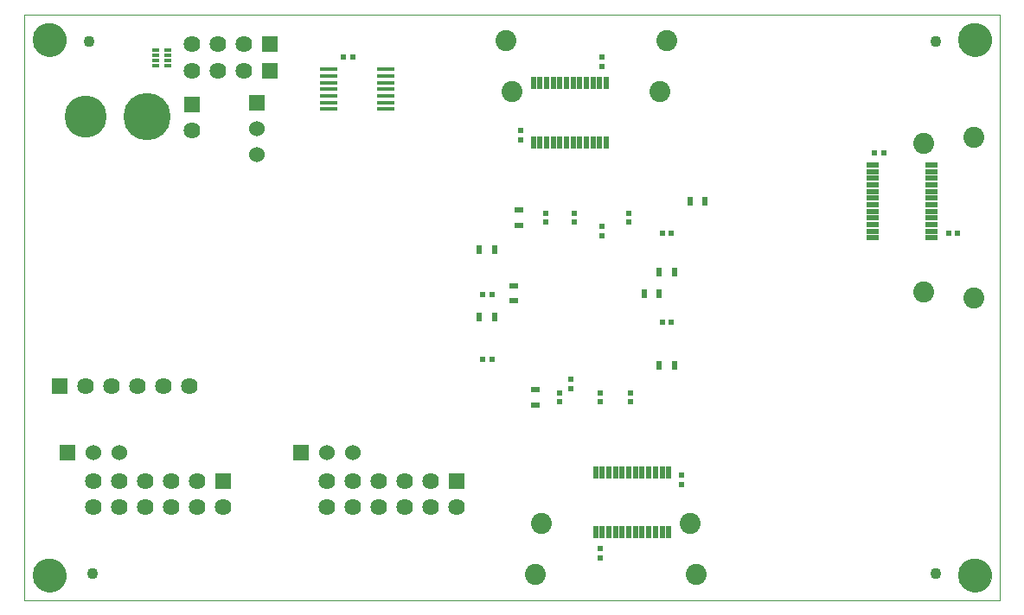
<source format=gbs>
G75*
%MOIN*%
%OFA0B0*%
%FSLAX25Y25*%
%IPPOS*%
%LPD*%
%AMOC8*
5,1,8,0,0,1.08239X$1,22.5*
%
%ADD10C,0.00000*%
%ADD11C,0.12900*%
%ADD12R,0.02369X0.03550*%
%ADD13R,0.01975X0.02369*%
%ADD14R,0.03550X0.02369*%
%ADD15R,0.02369X0.01975*%
%ADD16C,0.08077*%
%ADD17R,0.01975X0.05124*%
%ADD18C,0.16211*%
%ADD19C,0.18180*%
%ADD20R,0.06400X0.06400*%
%ADD21C,0.06400*%
%ADD22R,0.06000X0.06000*%
%ADD23C,0.06000*%
%ADD24R,0.06699X0.01778*%
%ADD25R,0.02959X0.01581*%
%ADD26R,0.05124X0.01975*%
%ADD27C,0.04337*%
D10*
X0008730Y0046472D02*
X0008730Y0272457D01*
X0384715Y0272457D01*
X0384715Y0046472D01*
X0008730Y0046472D01*
X0012126Y0056118D02*
X0012128Y0056276D01*
X0012134Y0056433D01*
X0012144Y0056591D01*
X0012158Y0056748D01*
X0012176Y0056904D01*
X0012197Y0057061D01*
X0012223Y0057216D01*
X0012253Y0057371D01*
X0012286Y0057525D01*
X0012324Y0057678D01*
X0012365Y0057831D01*
X0012410Y0057982D01*
X0012459Y0058132D01*
X0012512Y0058280D01*
X0012568Y0058428D01*
X0012629Y0058573D01*
X0012692Y0058718D01*
X0012760Y0058860D01*
X0012831Y0059001D01*
X0012905Y0059140D01*
X0012983Y0059277D01*
X0013065Y0059412D01*
X0013149Y0059545D01*
X0013238Y0059676D01*
X0013329Y0059804D01*
X0013424Y0059931D01*
X0013521Y0060054D01*
X0013622Y0060176D01*
X0013726Y0060294D01*
X0013833Y0060410D01*
X0013943Y0060523D01*
X0014055Y0060634D01*
X0014171Y0060741D01*
X0014289Y0060846D01*
X0014409Y0060948D01*
X0014532Y0061046D01*
X0014658Y0061142D01*
X0014786Y0061234D01*
X0014916Y0061323D01*
X0015048Y0061409D01*
X0015183Y0061491D01*
X0015320Y0061570D01*
X0015458Y0061645D01*
X0015598Y0061717D01*
X0015741Y0061785D01*
X0015884Y0061850D01*
X0016030Y0061911D01*
X0016177Y0061968D01*
X0016325Y0062022D01*
X0016475Y0062072D01*
X0016625Y0062118D01*
X0016777Y0062160D01*
X0016930Y0062199D01*
X0017084Y0062233D01*
X0017239Y0062264D01*
X0017394Y0062290D01*
X0017550Y0062313D01*
X0017707Y0062332D01*
X0017864Y0062347D01*
X0018021Y0062358D01*
X0018179Y0062365D01*
X0018337Y0062368D01*
X0018494Y0062367D01*
X0018652Y0062362D01*
X0018809Y0062353D01*
X0018967Y0062340D01*
X0019123Y0062323D01*
X0019280Y0062302D01*
X0019435Y0062278D01*
X0019590Y0062249D01*
X0019745Y0062216D01*
X0019898Y0062180D01*
X0020051Y0062139D01*
X0020202Y0062095D01*
X0020352Y0062047D01*
X0020501Y0061996D01*
X0020649Y0061940D01*
X0020795Y0061881D01*
X0020940Y0061818D01*
X0021083Y0061751D01*
X0021224Y0061681D01*
X0021363Y0061608D01*
X0021501Y0061531D01*
X0021637Y0061450D01*
X0021770Y0061366D01*
X0021901Y0061279D01*
X0022030Y0061188D01*
X0022157Y0061094D01*
X0022282Y0060997D01*
X0022403Y0060897D01*
X0022523Y0060794D01*
X0022639Y0060688D01*
X0022753Y0060579D01*
X0022865Y0060467D01*
X0022973Y0060353D01*
X0023078Y0060235D01*
X0023181Y0060115D01*
X0023280Y0059993D01*
X0023376Y0059868D01*
X0023469Y0059740D01*
X0023559Y0059611D01*
X0023645Y0059479D01*
X0023729Y0059345D01*
X0023808Y0059209D01*
X0023885Y0059071D01*
X0023957Y0058931D01*
X0024026Y0058789D01*
X0024092Y0058646D01*
X0024154Y0058501D01*
X0024212Y0058354D01*
X0024267Y0058206D01*
X0024318Y0058057D01*
X0024365Y0057906D01*
X0024408Y0057755D01*
X0024447Y0057602D01*
X0024483Y0057448D01*
X0024514Y0057294D01*
X0024542Y0057139D01*
X0024566Y0056983D01*
X0024586Y0056826D01*
X0024602Y0056669D01*
X0024614Y0056512D01*
X0024622Y0056355D01*
X0024626Y0056197D01*
X0024626Y0056039D01*
X0024622Y0055881D01*
X0024614Y0055724D01*
X0024602Y0055567D01*
X0024586Y0055410D01*
X0024566Y0055253D01*
X0024542Y0055097D01*
X0024514Y0054942D01*
X0024483Y0054788D01*
X0024447Y0054634D01*
X0024408Y0054481D01*
X0024365Y0054330D01*
X0024318Y0054179D01*
X0024267Y0054030D01*
X0024212Y0053882D01*
X0024154Y0053735D01*
X0024092Y0053590D01*
X0024026Y0053447D01*
X0023957Y0053305D01*
X0023885Y0053165D01*
X0023808Y0053027D01*
X0023729Y0052891D01*
X0023645Y0052757D01*
X0023559Y0052625D01*
X0023469Y0052496D01*
X0023376Y0052368D01*
X0023280Y0052243D01*
X0023181Y0052121D01*
X0023078Y0052001D01*
X0022973Y0051883D01*
X0022865Y0051769D01*
X0022753Y0051657D01*
X0022639Y0051548D01*
X0022523Y0051442D01*
X0022403Y0051339D01*
X0022282Y0051239D01*
X0022157Y0051142D01*
X0022030Y0051048D01*
X0021901Y0050957D01*
X0021770Y0050870D01*
X0021637Y0050786D01*
X0021501Y0050705D01*
X0021363Y0050628D01*
X0021224Y0050555D01*
X0021083Y0050485D01*
X0020940Y0050418D01*
X0020795Y0050355D01*
X0020649Y0050296D01*
X0020501Y0050240D01*
X0020352Y0050189D01*
X0020202Y0050141D01*
X0020051Y0050097D01*
X0019898Y0050056D01*
X0019745Y0050020D01*
X0019590Y0049987D01*
X0019435Y0049958D01*
X0019280Y0049934D01*
X0019123Y0049913D01*
X0018967Y0049896D01*
X0018809Y0049883D01*
X0018652Y0049874D01*
X0018494Y0049869D01*
X0018337Y0049868D01*
X0018179Y0049871D01*
X0018021Y0049878D01*
X0017864Y0049889D01*
X0017707Y0049904D01*
X0017550Y0049923D01*
X0017394Y0049946D01*
X0017239Y0049972D01*
X0017084Y0050003D01*
X0016930Y0050037D01*
X0016777Y0050076D01*
X0016625Y0050118D01*
X0016475Y0050164D01*
X0016325Y0050214D01*
X0016177Y0050268D01*
X0016030Y0050325D01*
X0015884Y0050386D01*
X0015741Y0050451D01*
X0015598Y0050519D01*
X0015458Y0050591D01*
X0015320Y0050666D01*
X0015183Y0050745D01*
X0015048Y0050827D01*
X0014916Y0050913D01*
X0014786Y0051002D01*
X0014658Y0051094D01*
X0014532Y0051190D01*
X0014409Y0051288D01*
X0014289Y0051390D01*
X0014171Y0051495D01*
X0014055Y0051602D01*
X0013943Y0051713D01*
X0013833Y0051826D01*
X0013726Y0051942D01*
X0013622Y0052060D01*
X0013521Y0052182D01*
X0013424Y0052305D01*
X0013329Y0052432D01*
X0013238Y0052560D01*
X0013149Y0052691D01*
X0013065Y0052824D01*
X0012983Y0052959D01*
X0012905Y0053096D01*
X0012831Y0053235D01*
X0012760Y0053376D01*
X0012692Y0053518D01*
X0012629Y0053663D01*
X0012568Y0053808D01*
X0012512Y0053956D01*
X0012459Y0054104D01*
X0012410Y0054254D01*
X0012365Y0054405D01*
X0012324Y0054558D01*
X0012286Y0054711D01*
X0012253Y0054865D01*
X0012223Y0055020D01*
X0012197Y0055175D01*
X0012176Y0055332D01*
X0012158Y0055488D01*
X0012144Y0055645D01*
X0012134Y0055803D01*
X0012128Y0055960D01*
X0012126Y0056118D01*
X0012126Y0262811D02*
X0012128Y0262969D01*
X0012134Y0263126D01*
X0012144Y0263284D01*
X0012158Y0263441D01*
X0012176Y0263597D01*
X0012197Y0263754D01*
X0012223Y0263909D01*
X0012253Y0264064D01*
X0012286Y0264218D01*
X0012324Y0264371D01*
X0012365Y0264524D01*
X0012410Y0264675D01*
X0012459Y0264825D01*
X0012512Y0264973D01*
X0012568Y0265121D01*
X0012629Y0265266D01*
X0012692Y0265411D01*
X0012760Y0265553D01*
X0012831Y0265694D01*
X0012905Y0265833D01*
X0012983Y0265970D01*
X0013065Y0266105D01*
X0013149Y0266238D01*
X0013238Y0266369D01*
X0013329Y0266497D01*
X0013424Y0266624D01*
X0013521Y0266747D01*
X0013622Y0266869D01*
X0013726Y0266987D01*
X0013833Y0267103D01*
X0013943Y0267216D01*
X0014055Y0267327D01*
X0014171Y0267434D01*
X0014289Y0267539D01*
X0014409Y0267641D01*
X0014532Y0267739D01*
X0014658Y0267835D01*
X0014786Y0267927D01*
X0014916Y0268016D01*
X0015048Y0268102D01*
X0015183Y0268184D01*
X0015320Y0268263D01*
X0015458Y0268338D01*
X0015598Y0268410D01*
X0015741Y0268478D01*
X0015884Y0268543D01*
X0016030Y0268604D01*
X0016177Y0268661D01*
X0016325Y0268715D01*
X0016475Y0268765D01*
X0016625Y0268811D01*
X0016777Y0268853D01*
X0016930Y0268892D01*
X0017084Y0268926D01*
X0017239Y0268957D01*
X0017394Y0268983D01*
X0017550Y0269006D01*
X0017707Y0269025D01*
X0017864Y0269040D01*
X0018021Y0269051D01*
X0018179Y0269058D01*
X0018337Y0269061D01*
X0018494Y0269060D01*
X0018652Y0269055D01*
X0018809Y0269046D01*
X0018967Y0269033D01*
X0019123Y0269016D01*
X0019280Y0268995D01*
X0019435Y0268971D01*
X0019590Y0268942D01*
X0019745Y0268909D01*
X0019898Y0268873D01*
X0020051Y0268832D01*
X0020202Y0268788D01*
X0020352Y0268740D01*
X0020501Y0268689D01*
X0020649Y0268633D01*
X0020795Y0268574D01*
X0020940Y0268511D01*
X0021083Y0268444D01*
X0021224Y0268374D01*
X0021363Y0268301D01*
X0021501Y0268224D01*
X0021637Y0268143D01*
X0021770Y0268059D01*
X0021901Y0267972D01*
X0022030Y0267881D01*
X0022157Y0267787D01*
X0022282Y0267690D01*
X0022403Y0267590D01*
X0022523Y0267487D01*
X0022639Y0267381D01*
X0022753Y0267272D01*
X0022865Y0267160D01*
X0022973Y0267046D01*
X0023078Y0266928D01*
X0023181Y0266808D01*
X0023280Y0266686D01*
X0023376Y0266561D01*
X0023469Y0266433D01*
X0023559Y0266304D01*
X0023645Y0266172D01*
X0023729Y0266038D01*
X0023808Y0265902D01*
X0023885Y0265764D01*
X0023957Y0265624D01*
X0024026Y0265482D01*
X0024092Y0265339D01*
X0024154Y0265194D01*
X0024212Y0265047D01*
X0024267Y0264899D01*
X0024318Y0264750D01*
X0024365Y0264599D01*
X0024408Y0264448D01*
X0024447Y0264295D01*
X0024483Y0264141D01*
X0024514Y0263987D01*
X0024542Y0263832D01*
X0024566Y0263676D01*
X0024586Y0263519D01*
X0024602Y0263362D01*
X0024614Y0263205D01*
X0024622Y0263048D01*
X0024626Y0262890D01*
X0024626Y0262732D01*
X0024622Y0262574D01*
X0024614Y0262417D01*
X0024602Y0262260D01*
X0024586Y0262103D01*
X0024566Y0261946D01*
X0024542Y0261790D01*
X0024514Y0261635D01*
X0024483Y0261481D01*
X0024447Y0261327D01*
X0024408Y0261174D01*
X0024365Y0261023D01*
X0024318Y0260872D01*
X0024267Y0260723D01*
X0024212Y0260575D01*
X0024154Y0260428D01*
X0024092Y0260283D01*
X0024026Y0260140D01*
X0023957Y0259998D01*
X0023885Y0259858D01*
X0023808Y0259720D01*
X0023729Y0259584D01*
X0023645Y0259450D01*
X0023559Y0259318D01*
X0023469Y0259189D01*
X0023376Y0259061D01*
X0023280Y0258936D01*
X0023181Y0258814D01*
X0023078Y0258694D01*
X0022973Y0258576D01*
X0022865Y0258462D01*
X0022753Y0258350D01*
X0022639Y0258241D01*
X0022523Y0258135D01*
X0022403Y0258032D01*
X0022282Y0257932D01*
X0022157Y0257835D01*
X0022030Y0257741D01*
X0021901Y0257650D01*
X0021770Y0257563D01*
X0021637Y0257479D01*
X0021501Y0257398D01*
X0021363Y0257321D01*
X0021224Y0257248D01*
X0021083Y0257178D01*
X0020940Y0257111D01*
X0020795Y0257048D01*
X0020649Y0256989D01*
X0020501Y0256933D01*
X0020352Y0256882D01*
X0020202Y0256834D01*
X0020051Y0256790D01*
X0019898Y0256749D01*
X0019745Y0256713D01*
X0019590Y0256680D01*
X0019435Y0256651D01*
X0019280Y0256627D01*
X0019123Y0256606D01*
X0018967Y0256589D01*
X0018809Y0256576D01*
X0018652Y0256567D01*
X0018494Y0256562D01*
X0018337Y0256561D01*
X0018179Y0256564D01*
X0018021Y0256571D01*
X0017864Y0256582D01*
X0017707Y0256597D01*
X0017550Y0256616D01*
X0017394Y0256639D01*
X0017239Y0256665D01*
X0017084Y0256696D01*
X0016930Y0256730D01*
X0016777Y0256769D01*
X0016625Y0256811D01*
X0016475Y0256857D01*
X0016325Y0256907D01*
X0016177Y0256961D01*
X0016030Y0257018D01*
X0015884Y0257079D01*
X0015741Y0257144D01*
X0015598Y0257212D01*
X0015458Y0257284D01*
X0015320Y0257359D01*
X0015183Y0257438D01*
X0015048Y0257520D01*
X0014916Y0257606D01*
X0014786Y0257695D01*
X0014658Y0257787D01*
X0014532Y0257883D01*
X0014409Y0257981D01*
X0014289Y0258083D01*
X0014171Y0258188D01*
X0014055Y0258295D01*
X0013943Y0258406D01*
X0013833Y0258519D01*
X0013726Y0258635D01*
X0013622Y0258753D01*
X0013521Y0258875D01*
X0013424Y0258998D01*
X0013329Y0259125D01*
X0013238Y0259253D01*
X0013149Y0259384D01*
X0013065Y0259517D01*
X0012983Y0259652D01*
X0012905Y0259789D01*
X0012831Y0259928D01*
X0012760Y0260069D01*
X0012692Y0260211D01*
X0012629Y0260356D01*
X0012568Y0260501D01*
X0012512Y0260649D01*
X0012459Y0260797D01*
X0012410Y0260947D01*
X0012365Y0261098D01*
X0012324Y0261251D01*
X0012286Y0261404D01*
X0012253Y0261558D01*
X0012223Y0261713D01*
X0012197Y0261868D01*
X0012176Y0262025D01*
X0012158Y0262181D01*
X0012144Y0262338D01*
X0012134Y0262496D01*
X0012128Y0262653D01*
X0012126Y0262811D01*
X0368819Y0262811D02*
X0368821Y0262969D01*
X0368827Y0263126D01*
X0368837Y0263284D01*
X0368851Y0263441D01*
X0368869Y0263597D01*
X0368890Y0263754D01*
X0368916Y0263909D01*
X0368946Y0264064D01*
X0368979Y0264218D01*
X0369017Y0264371D01*
X0369058Y0264524D01*
X0369103Y0264675D01*
X0369152Y0264825D01*
X0369205Y0264973D01*
X0369261Y0265121D01*
X0369322Y0265266D01*
X0369385Y0265411D01*
X0369453Y0265553D01*
X0369524Y0265694D01*
X0369598Y0265833D01*
X0369676Y0265970D01*
X0369758Y0266105D01*
X0369842Y0266238D01*
X0369931Y0266369D01*
X0370022Y0266497D01*
X0370117Y0266624D01*
X0370214Y0266747D01*
X0370315Y0266869D01*
X0370419Y0266987D01*
X0370526Y0267103D01*
X0370636Y0267216D01*
X0370748Y0267327D01*
X0370864Y0267434D01*
X0370982Y0267539D01*
X0371102Y0267641D01*
X0371225Y0267739D01*
X0371351Y0267835D01*
X0371479Y0267927D01*
X0371609Y0268016D01*
X0371741Y0268102D01*
X0371876Y0268184D01*
X0372013Y0268263D01*
X0372151Y0268338D01*
X0372291Y0268410D01*
X0372434Y0268478D01*
X0372577Y0268543D01*
X0372723Y0268604D01*
X0372870Y0268661D01*
X0373018Y0268715D01*
X0373168Y0268765D01*
X0373318Y0268811D01*
X0373470Y0268853D01*
X0373623Y0268892D01*
X0373777Y0268926D01*
X0373932Y0268957D01*
X0374087Y0268983D01*
X0374243Y0269006D01*
X0374400Y0269025D01*
X0374557Y0269040D01*
X0374714Y0269051D01*
X0374872Y0269058D01*
X0375030Y0269061D01*
X0375187Y0269060D01*
X0375345Y0269055D01*
X0375502Y0269046D01*
X0375660Y0269033D01*
X0375816Y0269016D01*
X0375973Y0268995D01*
X0376128Y0268971D01*
X0376283Y0268942D01*
X0376438Y0268909D01*
X0376591Y0268873D01*
X0376744Y0268832D01*
X0376895Y0268788D01*
X0377045Y0268740D01*
X0377194Y0268689D01*
X0377342Y0268633D01*
X0377488Y0268574D01*
X0377633Y0268511D01*
X0377776Y0268444D01*
X0377917Y0268374D01*
X0378056Y0268301D01*
X0378194Y0268224D01*
X0378330Y0268143D01*
X0378463Y0268059D01*
X0378594Y0267972D01*
X0378723Y0267881D01*
X0378850Y0267787D01*
X0378975Y0267690D01*
X0379096Y0267590D01*
X0379216Y0267487D01*
X0379332Y0267381D01*
X0379446Y0267272D01*
X0379558Y0267160D01*
X0379666Y0267046D01*
X0379771Y0266928D01*
X0379874Y0266808D01*
X0379973Y0266686D01*
X0380069Y0266561D01*
X0380162Y0266433D01*
X0380252Y0266304D01*
X0380338Y0266172D01*
X0380422Y0266038D01*
X0380501Y0265902D01*
X0380578Y0265764D01*
X0380650Y0265624D01*
X0380719Y0265482D01*
X0380785Y0265339D01*
X0380847Y0265194D01*
X0380905Y0265047D01*
X0380960Y0264899D01*
X0381011Y0264750D01*
X0381058Y0264599D01*
X0381101Y0264448D01*
X0381140Y0264295D01*
X0381176Y0264141D01*
X0381207Y0263987D01*
X0381235Y0263832D01*
X0381259Y0263676D01*
X0381279Y0263519D01*
X0381295Y0263362D01*
X0381307Y0263205D01*
X0381315Y0263048D01*
X0381319Y0262890D01*
X0381319Y0262732D01*
X0381315Y0262574D01*
X0381307Y0262417D01*
X0381295Y0262260D01*
X0381279Y0262103D01*
X0381259Y0261946D01*
X0381235Y0261790D01*
X0381207Y0261635D01*
X0381176Y0261481D01*
X0381140Y0261327D01*
X0381101Y0261174D01*
X0381058Y0261023D01*
X0381011Y0260872D01*
X0380960Y0260723D01*
X0380905Y0260575D01*
X0380847Y0260428D01*
X0380785Y0260283D01*
X0380719Y0260140D01*
X0380650Y0259998D01*
X0380578Y0259858D01*
X0380501Y0259720D01*
X0380422Y0259584D01*
X0380338Y0259450D01*
X0380252Y0259318D01*
X0380162Y0259189D01*
X0380069Y0259061D01*
X0379973Y0258936D01*
X0379874Y0258814D01*
X0379771Y0258694D01*
X0379666Y0258576D01*
X0379558Y0258462D01*
X0379446Y0258350D01*
X0379332Y0258241D01*
X0379216Y0258135D01*
X0379096Y0258032D01*
X0378975Y0257932D01*
X0378850Y0257835D01*
X0378723Y0257741D01*
X0378594Y0257650D01*
X0378463Y0257563D01*
X0378330Y0257479D01*
X0378194Y0257398D01*
X0378056Y0257321D01*
X0377917Y0257248D01*
X0377776Y0257178D01*
X0377633Y0257111D01*
X0377488Y0257048D01*
X0377342Y0256989D01*
X0377194Y0256933D01*
X0377045Y0256882D01*
X0376895Y0256834D01*
X0376744Y0256790D01*
X0376591Y0256749D01*
X0376438Y0256713D01*
X0376283Y0256680D01*
X0376128Y0256651D01*
X0375973Y0256627D01*
X0375816Y0256606D01*
X0375660Y0256589D01*
X0375502Y0256576D01*
X0375345Y0256567D01*
X0375187Y0256562D01*
X0375030Y0256561D01*
X0374872Y0256564D01*
X0374714Y0256571D01*
X0374557Y0256582D01*
X0374400Y0256597D01*
X0374243Y0256616D01*
X0374087Y0256639D01*
X0373932Y0256665D01*
X0373777Y0256696D01*
X0373623Y0256730D01*
X0373470Y0256769D01*
X0373318Y0256811D01*
X0373168Y0256857D01*
X0373018Y0256907D01*
X0372870Y0256961D01*
X0372723Y0257018D01*
X0372577Y0257079D01*
X0372434Y0257144D01*
X0372291Y0257212D01*
X0372151Y0257284D01*
X0372013Y0257359D01*
X0371876Y0257438D01*
X0371741Y0257520D01*
X0371609Y0257606D01*
X0371479Y0257695D01*
X0371351Y0257787D01*
X0371225Y0257883D01*
X0371102Y0257981D01*
X0370982Y0258083D01*
X0370864Y0258188D01*
X0370748Y0258295D01*
X0370636Y0258406D01*
X0370526Y0258519D01*
X0370419Y0258635D01*
X0370315Y0258753D01*
X0370214Y0258875D01*
X0370117Y0258998D01*
X0370022Y0259125D01*
X0369931Y0259253D01*
X0369842Y0259384D01*
X0369758Y0259517D01*
X0369676Y0259652D01*
X0369598Y0259789D01*
X0369524Y0259928D01*
X0369453Y0260069D01*
X0369385Y0260211D01*
X0369322Y0260356D01*
X0369261Y0260501D01*
X0369205Y0260649D01*
X0369152Y0260797D01*
X0369103Y0260947D01*
X0369058Y0261098D01*
X0369017Y0261251D01*
X0368979Y0261404D01*
X0368946Y0261558D01*
X0368916Y0261713D01*
X0368890Y0261868D01*
X0368869Y0262025D01*
X0368851Y0262181D01*
X0368837Y0262338D01*
X0368827Y0262496D01*
X0368821Y0262653D01*
X0368819Y0262811D01*
X0368819Y0056118D02*
X0368821Y0056276D01*
X0368827Y0056433D01*
X0368837Y0056591D01*
X0368851Y0056748D01*
X0368869Y0056904D01*
X0368890Y0057061D01*
X0368916Y0057216D01*
X0368946Y0057371D01*
X0368979Y0057525D01*
X0369017Y0057678D01*
X0369058Y0057831D01*
X0369103Y0057982D01*
X0369152Y0058132D01*
X0369205Y0058280D01*
X0369261Y0058428D01*
X0369322Y0058573D01*
X0369385Y0058718D01*
X0369453Y0058860D01*
X0369524Y0059001D01*
X0369598Y0059140D01*
X0369676Y0059277D01*
X0369758Y0059412D01*
X0369842Y0059545D01*
X0369931Y0059676D01*
X0370022Y0059804D01*
X0370117Y0059931D01*
X0370214Y0060054D01*
X0370315Y0060176D01*
X0370419Y0060294D01*
X0370526Y0060410D01*
X0370636Y0060523D01*
X0370748Y0060634D01*
X0370864Y0060741D01*
X0370982Y0060846D01*
X0371102Y0060948D01*
X0371225Y0061046D01*
X0371351Y0061142D01*
X0371479Y0061234D01*
X0371609Y0061323D01*
X0371741Y0061409D01*
X0371876Y0061491D01*
X0372013Y0061570D01*
X0372151Y0061645D01*
X0372291Y0061717D01*
X0372434Y0061785D01*
X0372577Y0061850D01*
X0372723Y0061911D01*
X0372870Y0061968D01*
X0373018Y0062022D01*
X0373168Y0062072D01*
X0373318Y0062118D01*
X0373470Y0062160D01*
X0373623Y0062199D01*
X0373777Y0062233D01*
X0373932Y0062264D01*
X0374087Y0062290D01*
X0374243Y0062313D01*
X0374400Y0062332D01*
X0374557Y0062347D01*
X0374714Y0062358D01*
X0374872Y0062365D01*
X0375030Y0062368D01*
X0375187Y0062367D01*
X0375345Y0062362D01*
X0375502Y0062353D01*
X0375660Y0062340D01*
X0375816Y0062323D01*
X0375973Y0062302D01*
X0376128Y0062278D01*
X0376283Y0062249D01*
X0376438Y0062216D01*
X0376591Y0062180D01*
X0376744Y0062139D01*
X0376895Y0062095D01*
X0377045Y0062047D01*
X0377194Y0061996D01*
X0377342Y0061940D01*
X0377488Y0061881D01*
X0377633Y0061818D01*
X0377776Y0061751D01*
X0377917Y0061681D01*
X0378056Y0061608D01*
X0378194Y0061531D01*
X0378330Y0061450D01*
X0378463Y0061366D01*
X0378594Y0061279D01*
X0378723Y0061188D01*
X0378850Y0061094D01*
X0378975Y0060997D01*
X0379096Y0060897D01*
X0379216Y0060794D01*
X0379332Y0060688D01*
X0379446Y0060579D01*
X0379558Y0060467D01*
X0379666Y0060353D01*
X0379771Y0060235D01*
X0379874Y0060115D01*
X0379973Y0059993D01*
X0380069Y0059868D01*
X0380162Y0059740D01*
X0380252Y0059611D01*
X0380338Y0059479D01*
X0380422Y0059345D01*
X0380501Y0059209D01*
X0380578Y0059071D01*
X0380650Y0058931D01*
X0380719Y0058789D01*
X0380785Y0058646D01*
X0380847Y0058501D01*
X0380905Y0058354D01*
X0380960Y0058206D01*
X0381011Y0058057D01*
X0381058Y0057906D01*
X0381101Y0057755D01*
X0381140Y0057602D01*
X0381176Y0057448D01*
X0381207Y0057294D01*
X0381235Y0057139D01*
X0381259Y0056983D01*
X0381279Y0056826D01*
X0381295Y0056669D01*
X0381307Y0056512D01*
X0381315Y0056355D01*
X0381319Y0056197D01*
X0381319Y0056039D01*
X0381315Y0055881D01*
X0381307Y0055724D01*
X0381295Y0055567D01*
X0381279Y0055410D01*
X0381259Y0055253D01*
X0381235Y0055097D01*
X0381207Y0054942D01*
X0381176Y0054788D01*
X0381140Y0054634D01*
X0381101Y0054481D01*
X0381058Y0054330D01*
X0381011Y0054179D01*
X0380960Y0054030D01*
X0380905Y0053882D01*
X0380847Y0053735D01*
X0380785Y0053590D01*
X0380719Y0053447D01*
X0380650Y0053305D01*
X0380578Y0053165D01*
X0380501Y0053027D01*
X0380422Y0052891D01*
X0380338Y0052757D01*
X0380252Y0052625D01*
X0380162Y0052496D01*
X0380069Y0052368D01*
X0379973Y0052243D01*
X0379874Y0052121D01*
X0379771Y0052001D01*
X0379666Y0051883D01*
X0379558Y0051769D01*
X0379446Y0051657D01*
X0379332Y0051548D01*
X0379216Y0051442D01*
X0379096Y0051339D01*
X0378975Y0051239D01*
X0378850Y0051142D01*
X0378723Y0051048D01*
X0378594Y0050957D01*
X0378463Y0050870D01*
X0378330Y0050786D01*
X0378194Y0050705D01*
X0378056Y0050628D01*
X0377917Y0050555D01*
X0377776Y0050485D01*
X0377633Y0050418D01*
X0377488Y0050355D01*
X0377342Y0050296D01*
X0377194Y0050240D01*
X0377045Y0050189D01*
X0376895Y0050141D01*
X0376744Y0050097D01*
X0376591Y0050056D01*
X0376438Y0050020D01*
X0376283Y0049987D01*
X0376128Y0049958D01*
X0375973Y0049934D01*
X0375816Y0049913D01*
X0375660Y0049896D01*
X0375502Y0049883D01*
X0375345Y0049874D01*
X0375187Y0049869D01*
X0375030Y0049868D01*
X0374872Y0049871D01*
X0374714Y0049878D01*
X0374557Y0049889D01*
X0374400Y0049904D01*
X0374243Y0049923D01*
X0374087Y0049946D01*
X0373932Y0049972D01*
X0373777Y0050003D01*
X0373623Y0050037D01*
X0373470Y0050076D01*
X0373318Y0050118D01*
X0373168Y0050164D01*
X0373018Y0050214D01*
X0372870Y0050268D01*
X0372723Y0050325D01*
X0372577Y0050386D01*
X0372434Y0050451D01*
X0372291Y0050519D01*
X0372151Y0050591D01*
X0372013Y0050666D01*
X0371876Y0050745D01*
X0371741Y0050827D01*
X0371609Y0050913D01*
X0371479Y0051002D01*
X0371351Y0051094D01*
X0371225Y0051190D01*
X0371102Y0051288D01*
X0370982Y0051390D01*
X0370864Y0051495D01*
X0370748Y0051602D01*
X0370636Y0051713D01*
X0370526Y0051826D01*
X0370419Y0051942D01*
X0370315Y0052060D01*
X0370214Y0052182D01*
X0370117Y0052305D01*
X0370022Y0052432D01*
X0369931Y0052560D01*
X0369842Y0052691D01*
X0369758Y0052824D01*
X0369676Y0052959D01*
X0369598Y0053096D01*
X0369524Y0053235D01*
X0369453Y0053376D01*
X0369385Y0053518D01*
X0369322Y0053663D01*
X0369261Y0053808D01*
X0369205Y0053956D01*
X0369152Y0054104D01*
X0369103Y0054254D01*
X0369058Y0054405D01*
X0369017Y0054558D01*
X0368979Y0054711D01*
X0368946Y0054865D01*
X0368916Y0055020D01*
X0368890Y0055175D01*
X0368869Y0055332D01*
X0368851Y0055488D01*
X0368837Y0055645D01*
X0368827Y0055803D01*
X0368821Y0055960D01*
X0368819Y0056118D01*
D11*
X0375069Y0056118D03*
X0375069Y0262811D03*
X0018376Y0262811D03*
X0018376Y0056118D03*
D12*
X0184124Y0155921D03*
X0190030Y0155921D03*
X0190030Y0181906D03*
X0184124Y0181906D03*
X0247510Y0164976D03*
X0253415Y0164976D03*
X0253415Y0173244D03*
X0259321Y0173244D03*
X0265226Y0200409D03*
X0271132Y0200409D03*
X0259321Y0137024D03*
X0253415Y0137024D03*
D13*
X0254596Y0153953D03*
X0258140Y0153953D03*
X0258140Y0188205D03*
X0254596Y0188205D03*
X0188848Y0164583D03*
X0185305Y0164583D03*
X0185305Y0139386D03*
X0188848Y0139386D03*
X0336486Y0219307D03*
X0340030Y0219307D03*
X0364833Y0188205D03*
X0368376Y0188205D03*
X0135305Y0256315D03*
X0131762Y0256315D03*
D14*
X0199281Y0197063D03*
X0199281Y0191157D03*
X0197313Y0167929D03*
X0197313Y0162024D03*
X0205581Y0127772D03*
X0205581Y0121866D03*
D15*
X0215030Y0123047D03*
X0215030Y0126591D03*
X0219360Y0128165D03*
X0219360Y0131709D03*
X0230778Y0126591D03*
X0230778Y0123047D03*
X0242195Y0123047D03*
X0242195Y0126591D03*
X0261880Y0094701D03*
X0261880Y0091157D03*
X0230778Y0066354D03*
X0230778Y0062811D03*
X0231171Y0187220D03*
X0231171Y0190764D03*
X0241801Y0192339D03*
X0241801Y0195882D03*
X0220541Y0195882D03*
X0220541Y0192339D03*
X0209518Y0192339D03*
X0209518Y0195882D03*
X0200069Y0224228D03*
X0200069Y0227772D03*
X0231171Y0252575D03*
X0231171Y0256118D03*
D16*
X0253809Y0242929D03*
X0256171Y0262417D03*
X0196722Y0242929D03*
X0194360Y0262417D03*
X0355187Y0222654D03*
X0374675Y0225016D03*
X0355187Y0165567D03*
X0374675Y0163205D03*
X0265226Y0076000D03*
X0267589Y0056512D03*
X0208140Y0076000D03*
X0205778Y0056512D03*
D17*
X0228907Y0072850D03*
X0231467Y0072850D03*
X0234026Y0072850D03*
X0236585Y0072850D03*
X0239144Y0072850D03*
X0241703Y0072850D03*
X0244262Y0072850D03*
X0246821Y0072850D03*
X0249380Y0072850D03*
X0251939Y0072850D03*
X0254498Y0072850D03*
X0257057Y0072850D03*
X0257057Y0095685D03*
X0254498Y0095685D03*
X0251939Y0095685D03*
X0249380Y0095685D03*
X0246821Y0095685D03*
X0244262Y0095685D03*
X0241703Y0095685D03*
X0239144Y0095685D03*
X0236585Y0095685D03*
X0234026Y0095685D03*
X0231467Y0095685D03*
X0228907Y0095685D03*
X0227923Y0223244D03*
X0225364Y0223244D03*
X0222805Y0223244D03*
X0220246Y0223244D03*
X0217687Y0223244D03*
X0215128Y0223244D03*
X0212569Y0223244D03*
X0210010Y0223244D03*
X0207451Y0223244D03*
X0204892Y0223244D03*
X0230482Y0223244D03*
X0233041Y0223244D03*
X0233041Y0246079D03*
X0230482Y0246079D03*
X0227923Y0246079D03*
X0225364Y0246079D03*
X0222805Y0246079D03*
X0220246Y0246079D03*
X0217687Y0246079D03*
X0215128Y0246079D03*
X0212569Y0246079D03*
X0210010Y0246079D03*
X0207451Y0246079D03*
X0204892Y0246079D03*
D18*
X0032352Y0233087D03*
D19*
X0055974Y0233087D03*
D20*
X0073297Y0237693D03*
X0103258Y0250803D03*
X0103258Y0261039D03*
X0022313Y0129150D03*
X0085463Y0092417D03*
X0175463Y0092417D03*
D21*
X0165463Y0092417D03*
X0155463Y0092417D03*
X0145463Y0092417D03*
X0135463Y0092417D03*
X0125463Y0092417D03*
X0125463Y0082417D03*
X0135463Y0082417D03*
X0145463Y0082417D03*
X0155463Y0082417D03*
X0165463Y0082417D03*
X0175463Y0082417D03*
X0085463Y0082417D03*
X0075463Y0082417D03*
X0065463Y0082417D03*
X0055463Y0082417D03*
X0045463Y0082417D03*
X0035463Y0082417D03*
X0035463Y0092417D03*
X0045463Y0092417D03*
X0055463Y0092417D03*
X0065463Y0092417D03*
X0075463Y0092417D03*
X0072313Y0129150D03*
X0062313Y0129150D03*
X0052313Y0129150D03*
X0042313Y0129150D03*
X0032313Y0129150D03*
X0073297Y0227693D03*
X0073258Y0250803D03*
X0083258Y0250803D03*
X0093258Y0250803D03*
X0093258Y0261039D03*
X0083258Y0261039D03*
X0073258Y0261039D03*
D22*
X0098494Y0238362D03*
X0115266Y0103559D03*
X0025266Y0103559D03*
D23*
X0035266Y0103559D03*
X0045266Y0103559D03*
X0125266Y0103559D03*
X0135266Y0103559D03*
X0098494Y0218362D03*
X0098494Y0228362D03*
D24*
X0126053Y0236039D03*
X0126053Y0238598D03*
X0126053Y0241157D03*
X0126053Y0243717D03*
X0126053Y0246276D03*
X0126053Y0248835D03*
X0126053Y0251394D03*
X0148100Y0251394D03*
X0148100Y0248835D03*
X0148100Y0246276D03*
X0148100Y0243717D03*
X0148100Y0241157D03*
X0148100Y0238598D03*
X0148100Y0236039D03*
D25*
X0063913Y0252969D03*
X0063913Y0254937D03*
X0063913Y0256906D03*
X0063913Y0258874D03*
X0059386Y0258874D03*
X0059386Y0256906D03*
X0059386Y0254937D03*
X0059386Y0252969D03*
D26*
X0335502Y0214484D03*
X0335502Y0211925D03*
X0335502Y0209366D03*
X0335502Y0206807D03*
X0335502Y0204248D03*
X0335502Y0201689D03*
X0335502Y0199130D03*
X0335502Y0196571D03*
X0335502Y0194012D03*
X0335502Y0191453D03*
X0335502Y0188894D03*
X0335502Y0186335D03*
X0358337Y0186335D03*
X0358337Y0188894D03*
X0358337Y0191453D03*
X0358337Y0194012D03*
X0358337Y0196571D03*
X0358337Y0199130D03*
X0358337Y0201689D03*
X0358337Y0204248D03*
X0358337Y0206807D03*
X0358337Y0209366D03*
X0358337Y0211925D03*
X0358337Y0214484D03*
D27*
X0359911Y0262220D03*
X0359911Y0056709D03*
X0035108Y0056709D03*
X0033533Y0262220D03*
M02*

</source>
